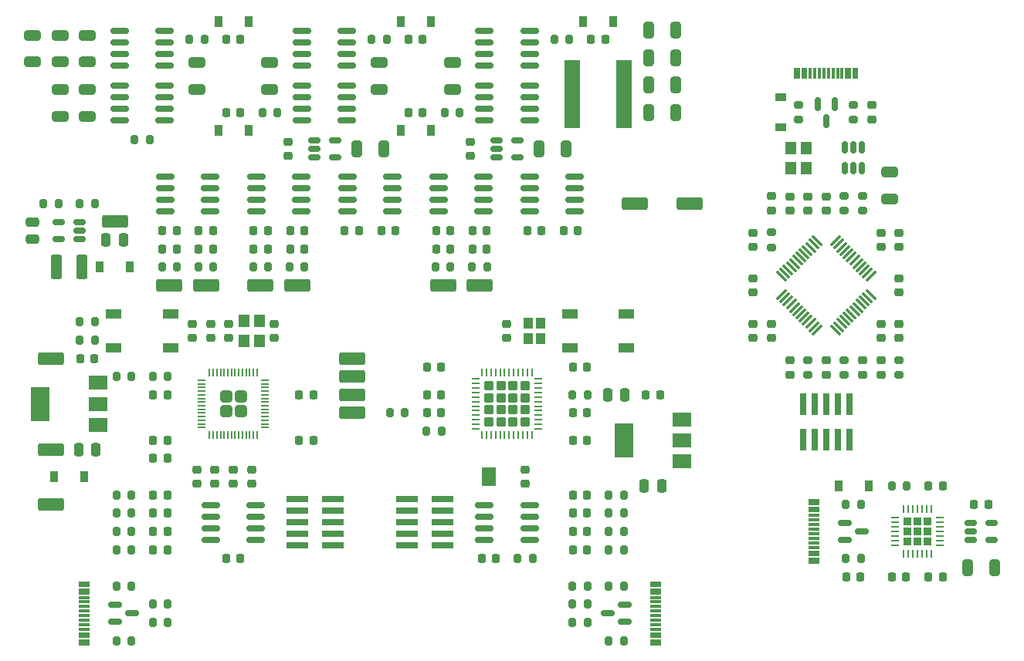
<source format=gbr>
G04 #@! TF.GenerationSoftware,KiCad,Pcbnew,(6.0.7)*
G04 #@! TF.CreationDate,2023-01-27T14:08:34-08:00*
G04 #@! TF.ProjectId,FcmlPanel,46636d6c-5061-46e6-956c-2e6b69636164,rev?*
G04 #@! TF.SameCoordinates,Original*
G04 #@! TF.FileFunction,Paste,Top*
G04 #@! TF.FilePolarity,Positive*
%FSLAX46Y46*%
G04 Gerber Fmt 4.6, Leading zero omitted, Abs format (unit mm)*
G04 Created by KiCad (PCBNEW (6.0.7)) date 2023-01-27 14:08:34*
%MOMM*%
%LPD*%
G01*
G04 APERTURE LIST*
G04 Aperture macros list*
%AMRoundRect*
0 Rectangle with rounded corners*
0 $1 Rounding radius*
0 $2 $3 $4 $5 $6 $7 $8 $9 X,Y pos of 4 corners*
0 Add a 4 corners polygon primitive as box body*
4,1,4,$2,$3,$4,$5,$6,$7,$8,$9,$2,$3,0*
0 Add four circle primitives for the rounded corners*
1,1,$1+$1,$2,$3*
1,1,$1+$1,$4,$5*
1,1,$1+$1,$6,$7*
1,1,$1+$1,$8,$9*
0 Add four rect primitives between the rounded corners*
20,1,$1+$1,$2,$3,$4,$5,0*
20,1,$1+$1,$4,$5,$6,$7,0*
20,1,$1+$1,$6,$7,$8,$9,0*
20,1,$1+$1,$8,$9,$2,$3,0*%
G04 Aperture macros list end*
%ADD10RoundRect,0.150000X-0.512500X-0.150000X0.512500X-0.150000X0.512500X0.150000X-0.512500X0.150000X0*%
%ADD11RoundRect,0.250000X0.325000X0.650000X-0.325000X0.650000X-0.325000X-0.650000X0.325000X-0.650000X0*%
%ADD12RoundRect,0.225000X-0.225000X-0.250000X0.225000X-0.250000X0.225000X0.250000X-0.225000X0.250000X0*%
%ADD13R,1.150000X0.300000*%
%ADD14RoundRect,0.200000X0.200000X0.275000X-0.200000X0.275000X-0.200000X-0.275000X0.200000X-0.275000X0*%
%ADD15RoundRect,0.225000X-0.225000X-0.225000X0.225000X-0.225000X0.225000X0.225000X-0.225000X0.225000X0*%
%ADD16RoundRect,0.062500X-0.337500X-0.062500X0.337500X-0.062500X0.337500X0.062500X-0.337500X0.062500X0*%
%ADD17RoundRect,0.062500X-0.062500X-0.337500X0.062500X-0.337500X0.062500X0.337500X-0.062500X0.337500X0*%
%ADD18RoundRect,0.150000X-0.587500X-0.150000X0.587500X-0.150000X0.587500X0.150000X-0.587500X0.150000X0*%
%ADD19R,0.900000X1.200000*%
%ADD20RoundRect,0.225000X0.225000X0.250000X-0.225000X0.250000X-0.225000X-0.250000X0.225000X-0.250000X0*%
%ADD21RoundRect,0.218750X-0.218750X-0.256250X0.218750X-0.256250X0.218750X0.256250X-0.218750X0.256250X0*%
%ADD22RoundRect,0.225000X-0.250000X0.225000X-0.250000X-0.225000X0.250000X-0.225000X0.250000X0.225000X0*%
%ADD23RoundRect,0.150000X-0.825000X-0.150000X0.825000X-0.150000X0.825000X0.150000X-0.825000X0.150000X0*%
%ADD24RoundRect,0.250000X-0.285000X-0.285000X0.285000X-0.285000X0.285000X0.285000X-0.285000X0.285000X0*%
%ADD25RoundRect,0.218750X0.218750X0.256250X-0.218750X0.256250X-0.218750X-0.256250X0.218750X-0.256250X0*%
%ADD26RoundRect,0.200000X0.275000X-0.200000X0.275000X0.200000X-0.275000X0.200000X-0.275000X-0.200000X0*%
%ADD27RoundRect,0.218750X-0.256250X0.218750X-0.256250X-0.218750X0.256250X-0.218750X0.256250X0.218750X0*%
%ADD28RoundRect,0.225000X0.250000X-0.225000X0.250000X0.225000X-0.250000X0.225000X-0.250000X-0.225000X0*%
%ADD29R,1.000000X1.150000*%
%ADD30RoundRect,0.200000X-0.200000X-0.275000X0.200000X-0.275000X0.200000X0.275000X-0.200000X0.275000X0*%
%ADD31RoundRect,0.250000X-1.175000X-0.450000X1.175000X-0.450000X1.175000X0.450000X-1.175000X0.450000X0*%
%ADD32R,2.000000X1.500000*%
%ADD33R,2.000000X3.800000*%
%ADD34R,1.800000X1.100000*%
%ADD35RoundRect,0.250000X-0.250000X-0.475000X0.250000X-0.475000X0.250000X0.475000X-0.250000X0.475000X0*%
%ADD36RoundRect,0.250000X0.650000X-0.325000X0.650000X0.325000X-0.650000X0.325000X-0.650000X-0.325000X0*%
%ADD37R,2.400000X0.740000*%
%ADD38RoundRect,0.150000X0.150000X-0.512500X0.150000X0.512500X-0.150000X0.512500X-0.150000X-0.512500X0*%
%ADD39RoundRect,0.150000X0.825000X0.150000X-0.825000X0.150000X-0.825000X-0.150000X0.825000X-0.150000X0*%
%ADD40R,1.200000X1.400000*%
%ADD41RoundRect,0.250000X-0.650000X0.325000X-0.650000X-0.325000X0.650000X-0.325000X0.650000X0.325000X0*%
%ADD42RoundRect,0.250000X-0.325000X-0.650000X0.325000X-0.650000X0.325000X0.650000X-0.325000X0.650000X0*%
%ADD43RoundRect,0.249999X0.395001X0.395001X-0.395001X0.395001X-0.395001X-0.395001X0.395001X-0.395001X0*%
%ADD44RoundRect,0.050000X0.387500X0.050000X-0.387500X0.050000X-0.387500X-0.050000X0.387500X-0.050000X0*%
%ADD45RoundRect,0.050000X0.050000X0.387500X-0.050000X0.387500X-0.050000X-0.387500X0.050000X-0.387500X0*%
%ADD46RoundRect,0.150000X-0.150000X0.587500X-0.150000X-0.587500X0.150000X-0.587500X0.150000X0.587500X0*%
%ADD47RoundRect,0.200000X-0.275000X0.200000X-0.275000X-0.200000X0.275000X-0.200000X0.275000X0.200000X0*%
%ADD48RoundRect,0.250000X0.475000X-0.250000X0.475000X0.250000X-0.475000X0.250000X-0.475000X-0.250000X0*%
%ADD49RoundRect,0.150000X0.587500X0.150000X-0.587500X0.150000X-0.587500X-0.150000X0.587500X-0.150000X0*%
%ADD50RoundRect,0.218750X0.256250X-0.218750X0.256250X0.218750X-0.256250X0.218750X-0.256250X-0.218750X0*%
%ADD51RoundRect,0.250000X0.250000X0.475000X-0.250000X0.475000X-0.250000X-0.475000X0.250000X-0.475000X0*%
%ADD52R,0.740000X2.400000*%
%ADD53R,0.300000X1.150000*%
%ADD54R,1.800000X7.500000*%
%ADD55RoundRect,0.075000X-0.521491X0.415425X0.415425X-0.521491X0.521491X-0.415425X-0.415425X0.521491X0*%
%ADD56RoundRect,0.075000X-0.521491X-0.415425X-0.415425X-0.521491X0.521491X0.415425X0.415425X0.521491X0*%
%ADD57RoundRect,0.250000X-0.375000X-1.075000X0.375000X-1.075000X0.375000X1.075000X-0.375000X1.075000X0*%
%ADD58R,1.200000X0.900000*%
%ADD59RoundRect,0.150000X0.512500X0.150000X-0.512500X0.150000X-0.512500X-0.150000X0.512500X-0.150000X0*%
G04 APERTURE END LIST*
G36*
X77250000Y-152000000D02*
G01*
X78750000Y-152000000D01*
X78750000Y-154000000D01*
X77250000Y-154000000D01*
X77250000Y-152000000D01*
G37*
D10*
X130862500Y-158050000D03*
X130862500Y-159000000D03*
X130862500Y-159950000D03*
X133137500Y-159950000D03*
X133137500Y-158050000D03*
D11*
X133475000Y-163000000D03*
X130525000Y-163000000D03*
D12*
X122225000Y-164000000D03*
X123775000Y-164000000D03*
D13*
X113670000Y-155650000D03*
X113670000Y-156450000D03*
X113670000Y-157750000D03*
X113670000Y-158750000D03*
X113670000Y-159250000D03*
X113670000Y-160250000D03*
X113670000Y-161550000D03*
X113670000Y-162350000D03*
X113670000Y-162050000D03*
X113670000Y-161250000D03*
X113670000Y-160750000D03*
X113670000Y-159750000D03*
X113670000Y-158250000D03*
X113670000Y-157250000D03*
X113670000Y-156750000D03*
X113670000Y-155950000D03*
D14*
X123825000Y-154000000D03*
X122175000Y-154000000D03*
D15*
X123880000Y-160120000D03*
X123880000Y-157880000D03*
X125000000Y-159000000D03*
X125000000Y-157880000D03*
X123880000Y-159000000D03*
X125000000Y-160120000D03*
X126120000Y-159000000D03*
X126120000Y-157880000D03*
X126120000Y-160120000D03*
D16*
X122550000Y-157500000D03*
X122550000Y-158000000D03*
X122550000Y-158500000D03*
X122550000Y-159000000D03*
X122550000Y-159500000D03*
X122550000Y-160000000D03*
X122550000Y-160500000D03*
D17*
X123500000Y-161450000D03*
X124000000Y-161450000D03*
X124500000Y-161450000D03*
X125000000Y-161450000D03*
X125500000Y-161450000D03*
X126000000Y-161450000D03*
X126500000Y-161450000D03*
D16*
X127450000Y-160500000D03*
X127450000Y-160000000D03*
X127450000Y-159500000D03*
X127450000Y-159000000D03*
X127450000Y-158500000D03*
X127450000Y-158000000D03*
X127450000Y-157500000D03*
D17*
X126500000Y-156550000D03*
X126000000Y-156550000D03*
X125500000Y-156550000D03*
X125000000Y-156550000D03*
X124500000Y-156550000D03*
X124000000Y-156550000D03*
X123500000Y-156550000D03*
D18*
X117062500Y-158050000D03*
X117062500Y-159950000D03*
X118937500Y-159000000D03*
D19*
X116350000Y-154000000D03*
X119650000Y-154000000D03*
D12*
X131225000Y-156000000D03*
X132775000Y-156000000D03*
D20*
X118775000Y-164000000D03*
X117225000Y-164000000D03*
D21*
X126212500Y-154000000D03*
X127787500Y-154000000D03*
D14*
X118825000Y-156000000D03*
X117175000Y-156000000D03*
X118825000Y-162000000D03*
X117175000Y-162000000D03*
D20*
X127775000Y-164000000D03*
X126225000Y-164000000D03*
X73775000Y-126000000D03*
X72225000Y-126000000D03*
D22*
X121000000Y-136225000D03*
X121000000Y-137775000D03*
D20*
X42775000Y-149000000D03*
X41225000Y-149000000D03*
D22*
X82000000Y-152225000D03*
X82000000Y-153775000D03*
D20*
X42775000Y-144000000D03*
X41225000Y-144000000D03*
D23*
X62505000Y-120095000D03*
X62505000Y-121365000D03*
X62505000Y-122635000D03*
X62505000Y-123905000D03*
X67455000Y-123905000D03*
X67455000Y-122635000D03*
X67455000Y-121365000D03*
X67455000Y-120095000D03*
D12*
X86225000Y-126000000D03*
X87775000Y-126000000D03*
D24*
X78020000Y-146980000D03*
X80660000Y-145660000D03*
X81980000Y-146980000D03*
X80660000Y-143020000D03*
X79340000Y-145660000D03*
X81980000Y-144340000D03*
X80660000Y-144340000D03*
X78020000Y-143020000D03*
X78020000Y-145660000D03*
X79340000Y-146980000D03*
X79340000Y-144340000D03*
X80660000Y-146980000D03*
X81980000Y-143020000D03*
X78020000Y-144340000D03*
X81980000Y-145660000D03*
X79340000Y-143020000D03*
D16*
X76550000Y-142250000D03*
X76550000Y-142750000D03*
X76550000Y-143250000D03*
X76550000Y-143750000D03*
X76550000Y-144250000D03*
X76550000Y-144750000D03*
X76550000Y-145250000D03*
X76550000Y-145750000D03*
X76550000Y-146250000D03*
X76550000Y-146750000D03*
X76550000Y-147250000D03*
X76550000Y-147750000D03*
D17*
X77250000Y-148450000D03*
X77750000Y-148450000D03*
X78250000Y-148450000D03*
X78750000Y-148450000D03*
X79250000Y-148450000D03*
X79750000Y-148450000D03*
X80250000Y-148450000D03*
X80750000Y-148450000D03*
X81250000Y-148450000D03*
X81750000Y-148450000D03*
X82250000Y-148450000D03*
X82750000Y-148450000D03*
D16*
X83450000Y-147750000D03*
X83450000Y-147250000D03*
X83450000Y-146750000D03*
X83450000Y-146250000D03*
X83450000Y-145750000D03*
X83450000Y-145250000D03*
X83450000Y-144750000D03*
X83450000Y-144250000D03*
X83450000Y-143750000D03*
X83450000Y-143250000D03*
X83450000Y-142750000D03*
X83450000Y-142250000D03*
D17*
X82750000Y-141550000D03*
X82250000Y-141550000D03*
X81750000Y-141550000D03*
X81250000Y-141550000D03*
X80750000Y-141550000D03*
X80250000Y-141550000D03*
X79750000Y-141550000D03*
X79250000Y-141550000D03*
X78750000Y-141550000D03*
X78250000Y-141550000D03*
X77750000Y-141550000D03*
X77250000Y-141550000D03*
D25*
X88787500Y-157000000D03*
X87212500Y-157000000D03*
D19*
X30350000Y-153000000D03*
X33650000Y-153000000D03*
D26*
X123000000Y-141825000D03*
X123000000Y-140175000D03*
D10*
X58862500Y-116050000D03*
X58862500Y-117000000D03*
X58862500Y-117950000D03*
X61137500Y-117950000D03*
X61137500Y-116050000D03*
D27*
X107000000Y-131212500D03*
X107000000Y-132787500D03*
D14*
X38825000Y-155000000D03*
X37175000Y-155000000D03*
D28*
X45500000Y-137775000D03*
X45500000Y-136225000D03*
D14*
X40825000Y-116000000D03*
X39175000Y-116000000D03*
D19*
X71650000Y-115000000D03*
X68350000Y-115000000D03*
D14*
X43825000Y-130000000D03*
X42175000Y-130000000D03*
D29*
X82300000Y-136125000D03*
X82300000Y-137875000D03*
X83700000Y-137875000D03*
X83700000Y-136125000D03*
D30*
X53175000Y-113000000D03*
X54825000Y-113000000D03*
D31*
X63000000Y-140000000D03*
D32*
X99150000Y-151300000D03*
D33*
X92850000Y-149000000D03*
D32*
X99150000Y-149000000D03*
X99150000Y-146700000D03*
D20*
X63775000Y-126000000D03*
X62225000Y-126000000D03*
D23*
X42525000Y-120095000D03*
X42525000Y-121365000D03*
X42525000Y-122635000D03*
X42525000Y-123905000D03*
X47475000Y-123905000D03*
X47475000Y-122635000D03*
X47475000Y-121365000D03*
X47475000Y-120095000D03*
D19*
X88350000Y-103000000D03*
X91650000Y-103000000D03*
D14*
X34825000Y-138000000D03*
X33175000Y-138000000D03*
D34*
X86900000Y-135150000D03*
X93100000Y-135150000D03*
X86900000Y-138850000D03*
X93100000Y-138850000D03*
D35*
X33050000Y-150000000D03*
X34950000Y-150000000D03*
D20*
X83775000Y-126000000D03*
X82225000Y-126000000D03*
D28*
X120000000Y-113775000D03*
X120000000Y-112225000D03*
D36*
X122000000Y-122475000D03*
X122000000Y-119525000D03*
D12*
X49225000Y-162000000D03*
X50775000Y-162000000D03*
D37*
X60950000Y-160540000D03*
X57050000Y-160540000D03*
X60950000Y-159270000D03*
X57050000Y-159270000D03*
X60950000Y-158000000D03*
X57050000Y-158000000D03*
X60950000Y-156730000D03*
X57050000Y-156730000D03*
X60950000Y-155460000D03*
X57050000Y-155460000D03*
D23*
X77525000Y-110095000D03*
X77525000Y-111365000D03*
X77525000Y-112635000D03*
X77525000Y-113905000D03*
X82475000Y-113905000D03*
X82475000Y-112635000D03*
X82475000Y-111365000D03*
X82475000Y-110095000D03*
D31*
X30000000Y-150000000D03*
D22*
X46000000Y-152225000D03*
X46000000Y-153775000D03*
D20*
X70775000Y-113000000D03*
X69225000Y-113000000D03*
D12*
X76225000Y-126000000D03*
X77775000Y-126000000D03*
D38*
X117050000Y-119137500D03*
X118000000Y-119137500D03*
X118950000Y-119137500D03*
X118950000Y-116862500D03*
X118000000Y-116862500D03*
X117050000Y-116862500D03*
D32*
X35150000Y-147300000D03*
X35150000Y-145000000D03*
D33*
X28850000Y-145000000D03*
D32*
X35150000Y-142700000D03*
D12*
X77225000Y-162000000D03*
X78775000Y-162000000D03*
D31*
X73000000Y-132000000D03*
D10*
X78862500Y-116050000D03*
X78862500Y-117000000D03*
X78862500Y-117950000D03*
X81137500Y-117950000D03*
X81137500Y-116050000D03*
D39*
X62475000Y-107905000D03*
X62475000Y-106635000D03*
X62475000Y-105365000D03*
X62475000Y-104095000D03*
X57525000Y-104095000D03*
X57525000Y-105365000D03*
X57525000Y-106635000D03*
X57525000Y-107905000D03*
D40*
X112850000Y-119100000D03*
X112850000Y-116900000D03*
X111150000Y-116900000D03*
X111150000Y-119100000D03*
D22*
X115000000Y-140225000D03*
X115000000Y-141775000D03*
X52000000Y-152225000D03*
X52000000Y-153775000D03*
D31*
X57000000Y-132000000D03*
X30000000Y-140000000D03*
D22*
X123000000Y-136225000D03*
X123000000Y-137775000D03*
D14*
X42825000Y-142000000D03*
X41175000Y-142000000D03*
D12*
X57225000Y-149000000D03*
X58775000Y-149000000D03*
D41*
X54000000Y-107525000D03*
X54000000Y-110475000D03*
D42*
X95525000Y-107000000D03*
X98475000Y-107000000D03*
D14*
X38825000Y-165000000D03*
X37175000Y-165000000D03*
D22*
X123000000Y-131225000D03*
X123000000Y-132775000D03*
D43*
X50800000Y-144200000D03*
X50800000Y-145800000D03*
X49200000Y-144200000D03*
X49200000Y-145800000D03*
D44*
X53437500Y-147600000D03*
X53437500Y-147200000D03*
X53437500Y-146800000D03*
X53437500Y-146400000D03*
X53437500Y-146000000D03*
X53437500Y-145600000D03*
X53437500Y-145200000D03*
X53437500Y-144800000D03*
X53437500Y-144400000D03*
X53437500Y-144000000D03*
X53437500Y-143600000D03*
X53437500Y-143200000D03*
X53437500Y-142800000D03*
X53437500Y-142400000D03*
D45*
X52600000Y-141562500D03*
X52200000Y-141562500D03*
X51800000Y-141562500D03*
X51400000Y-141562500D03*
X51000000Y-141562500D03*
X50600000Y-141562500D03*
X50200000Y-141562500D03*
X49800000Y-141562500D03*
X49400000Y-141562500D03*
X49000000Y-141562500D03*
X48600000Y-141562500D03*
X48200000Y-141562500D03*
X47800000Y-141562500D03*
X47400000Y-141562500D03*
D44*
X46562500Y-142400000D03*
X46562500Y-142800000D03*
X46562500Y-143200000D03*
X46562500Y-143600000D03*
X46562500Y-144000000D03*
X46562500Y-144400000D03*
X46562500Y-144800000D03*
X46562500Y-145200000D03*
X46562500Y-145600000D03*
X46562500Y-146000000D03*
X46562500Y-146400000D03*
X46562500Y-146800000D03*
X46562500Y-147200000D03*
X46562500Y-147600000D03*
D45*
X47400000Y-148437500D03*
X47800000Y-148437500D03*
X48200000Y-148437500D03*
X48600000Y-148437500D03*
X49000000Y-148437500D03*
X49400000Y-148437500D03*
X49800000Y-148437500D03*
X50200000Y-148437500D03*
X50600000Y-148437500D03*
X51000000Y-148437500D03*
X51400000Y-148437500D03*
X51800000Y-148437500D03*
X52200000Y-148437500D03*
X52600000Y-148437500D03*
D46*
X115950000Y-112062500D03*
X114050000Y-112062500D03*
X115000000Y-113937500D03*
D42*
X83525000Y-117000000D03*
X86475000Y-117000000D03*
D21*
X41212500Y-161000000D03*
X42787500Y-161000000D03*
D30*
X91175000Y-157000000D03*
X92825000Y-157000000D03*
D12*
X49225000Y-105000000D03*
X50775000Y-105000000D03*
D19*
X38650000Y-130000000D03*
X35350000Y-130000000D03*
D30*
X91175000Y-159000000D03*
X92825000Y-159000000D03*
D21*
X71212500Y-146000000D03*
X72787500Y-146000000D03*
D47*
X109000000Y-126175000D03*
X109000000Y-127825000D03*
D22*
X107000000Y-136225000D03*
X107000000Y-137775000D03*
D30*
X87175000Y-169000000D03*
X88825000Y-169000000D03*
D19*
X51650000Y-115000000D03*
X48350000Y-115000000D03*
D48*
X28000000Y-126950000D03*
X28000000Y-125050000D03*
D22*
X113000000Y-122225000D03*
X113000000Y-123775000D03*
X56000000Y-116225000D03*
X56000000Y-117775000D03*
D31*
X77000000Y-132000000D03*
D22*
X111000000Y-122225000D03*
X111000000Y-123775000D03*
D49*
X92937500Y-168950000D03*
X92937500Y-167050000D03*
X91062500Y-168000000D03*
D42*
X95525000Y-110000000D03*
X98475000Y-110000000D03*
D41*
X31000000Y-104525000D03*
X31000000Y-107475000D03*
D31*
X37000000Y-125000000D03*
D28*
X54500000Y-137775000D03*
X54500000Y-136225000D03*
D22*
X76000000Y-116225000D03*
X76000000Y-117775000D03*
D30*
X91175000Y-155000000D03*
X92825000Y-155000000D03*
D12*
X95225000Y-144000000D03*
X96775000Y-144000000D03*
D42*
X95525000Y-113000000D03*
X98475000Y-113000000D03*
D31*
X94000000Y-123000000D03*
D14*
X68825000Y-146000000D03*
X67175000Y-146000000D03*
D31*
X53000000Y-132000000D03*
D14*
X73825000Y-130000000D03*
X72175000Y-130000000D03*
D12*
X33225000Y-140000000D03*
X34775000Y-140000000D03*
D31*
X47000000Y-132000000D03*
D14*
X38825000Y-171000000D03*
X37175000Y-171000000D03*
D19*
X48350000Y-103000000D03*
X51650000Y-103000000D03*
D23*
X72505000Y-120095000D03*
X72505000Y-121365000D03*
X72505000Y-122635000D03*
X72505000Y-123905000D03*
X77455000Y-123905000D03*
X77455000Y-122635000D03*
X77455000Y-121365000D03*
X77455000Y-120095000D03*
D22*
X49500000Y-136225000D03*
X49500000Y-137775000D03*
D30*
X33175000Y-136000000D03*
X34825000Y-136000000D03*
D21*
X41212500Y-155000000D03*
X42787500Y-155000000D03*
D19*
X68350000Y-103000000D03*
X71650000Y-103000000D03*
D23*
X37525000Y-110095000D03*
X37525000Y-111365000D03*
X37525000Y-112635000D03*
X37525000Y-113905000D03*
X42475000Y-113905000D03*
X42475000Y-112635000D03*
X42475000Y-111365000D03*
X42475000Y-110095000D03*
D22*
X80000000Y-136225000D03*
X80000000Y-137775000D03*
D31*
X63000000Y-144000000D03*
D14*
X53825000Y-130000000D03*
X52175000Y-130000000D03*
D50*
X111000000Y-141787500D03*
X111000000Y-140212500D03*
D25*
X88787500Y-161000000D03*
X87212500Y-161000000D03*
D35*
X91050000Y-144000000D03*
X92950000Y-144000000D03*
D51*
X37950000Y-127000000D03*
X36050000Y-127000000D03*
D14*
X86825000Y-105000000D03*
X85175000Y-105000000D03*
D12*
X56225000Y-128000000D03*
X57775000Y-128000000D03*
D30*
X81175000Y-162000000D03*
X82825000Y-162000000D03*
D12*
X66225000Y-126000000D03*
X67775000Y-126000000D03*
D14*
X38825000Y-142000000D03*
X37175000Y-142000000D03*
D22*
X109000000Y-136225000D03*
X109000000Y-137775000D03*
D40*
X52850000Y-138100000D03*
X52850000Y-135900000D03*
X51150000Y-135900000D03*
X51150000Y-138100000D03*
D20*
X42775000Y-151000000D03*
X41225000Y-151000000D03*
D12*
X69225000Y-105000000D03*
X70775000Y-105000000D03*
D14*
X66825000Y-105000000D03*
X65175000Y-105000000D03*
D52*
X117540000Y-145050000D03*
X117540000Y-148950000D03*
X116270000Y-145050000D03*
X116270000Y-148950000D03*
X115000000Y-145050000D03*
X115000000Y-148950000D03*
X113730000Y-145050000D03*
X113730000Y-148950000D03*
X112460000Y-145050000D03*
X112460000Y-148950000D03*
D22*
X50000000Y-152225000D03*
X50000000Y-153775000D03*
D20*
X43775000Y-126000000D03*
X42225000Y-126000000D03*
D14*
X77825000Y-130000000D03*
X76175000Y-130000000D03*
D30*
X87175000Y-167000000D03*
X88825000Y-167000000D03*
D39*
X42475000Y-107905000D03*
X42475000Y-106635000D03*
X42475000Y-105365000D03*
X42475000Y-104095000D03*
X37525000Y-104095000D03*
X37525000Y-105365000D03*
X37525000Y-106635000D03*
X37525000Y-107905000D03*
D25*
X88787500Y-159000000D03*
X87212500Y-159000000D03*
D30*
X91175000Y-165000000D03*
X92825000Y-165000000D03*
D14*
X57825000Y-130000000D03*
X56175000Y-130000000D03*
D31*
X30000000Y-156000000D03*
D12*
X52225000Y-128000000D03*
X53775000Y-128000000D03*
X72225000Y-128000000D03*
X73775000Y-128000000D03*
D47*
X119000000Y-122175000D03*
X119000000Y-123825000D03*
D28*
X47500000Y-137775000D03*
X47500000Y-136225000D03*
D18*
X37062500Y-167050000D03*
X37062500Y-168950000D03*
X38937500Y-168000000D03*
D12*
X76225000Y-128000000D03*
X77775000Y-128000000D03*
D42*
X63525000Y-117000000D03*
X66475000Y-117000000D03*
D41*
X66000000Y-107525000D03*
X66000000Y-110475000D03*
D30*
X71175000Y-148000000D03*
X72825000Y-148000000D03*
D27*
X123000000Y-126212500D03*
X123000000Y-127787500D03*
D30*
X91175000Y-161000000D03*
X92825000Y-161000000D03*
D39*
X52475000Y-159905000D03*
X52475000Y-158635000D03*
X52475000Y-157365000D03*
X52475000Y-156095000D03*
X47525000Y-156095000D03*
X47525000Y-157365000D03*
X47525000Y-158635000D03*
X47525000Y-159905000D03*
D41*
X34000000Y-104525000D03*
X34000000Y-107475000D03*
D26*
X112000000Y-113825000D03*
X112000000Y-112175000D03*
D53*
X118350000Y-108670000D03*
X117550000Y-108670000D03*
X116250000Y-108670000D03*
X115250000Y-108670000D03*
X114750000Y-108670000D03*
X113750000Y-108670000D03*
X112450000Y-108670000D03*
X111650000Y-108670000D03*
X111950000Y-108670000D03*
X112750000Y-108670000D03*
X113250000Y-108670000D03*
X114250000Y-108670000D03*
X115750000Y-108670000D03*
X116750000Y-108670000D03*
X117250000Y-108670000D03*
X118050000Y-108670000D03*
D31*
X100000000Y-123000000D03*
X63000000Y-142000000D03*
D54*
X87200000Y-111000000D03*
X92800000Y-111000000D03*
D12*
X89225000Y-105000000D03*
X90775000Y-105000000D03*
X87225000Y-141000000D03*
X88775000Y-141000000D03*
D14*
X34825000Y-123000000D03*
X33175000Y-123000000D03*
D41*
X74000000Y-107525000D03*
X74000000Y-110475000D03*
X31000000Y-110525000D03*
X31000000Y-113475000D03*
D14*
X47825000Y-130000000D03*
X46175000Y-130000000D03*
D31*
X63000000Y-146000000D03*
D23*
X57525000Y-110095000D03*
X57525000Y-111365000D03*
X57525000Y-112635000D03*
X57525000Y-113905000D03*
X62475000Y-113905000D03*
X62475000Y-112635000D03*
X62475000Y-111365000D03*
X62475000Y-110095000D03*
D12*
X87225000Y-149000000D03*
X88775000Y-149000000D03*
X46225000Y-128000000D03*
X47775000Y-128000000D03*
D31*
X43000000Y-132000000D03*
D50*
X121000000Y-141787500D03*
X121000000Y-140212500D03*
D55*
X114001212Y-127112124D03*
X113647658Y-127465678D03*
X113294105Y-127819231D03*
X112940551Y-128172785D03*
X112586998Y-128526338D03*
X112233445Y-128879891D03*
X111879891Y-129233445D03*
X111526338Y-129586998D03*
X111172785Y-129940551D03*
X110819231Y-130294105D03*
X110465678Y-130647658D03*
X110112124Y-131001212D03*
D56*
X110112124Y-132998788D03*
X110465678Y-133352342D03*
X110819231Y-133705895D03*
X111172785Y-134059449D03*
X111526338Y-134413002D03*
X111879891Y-134766555D03*
X112233445Y-135120109D03*
X112586998Y-135473662D03*
X112940551Y-135827215D03*
X113294105Y-136180769D03*
X113647658Y-136534322D03*
X114001212Y-136887876D03*
D55*
X115998788Y-136887876D03*
X116352342Y-136534322D03*
X116705895Y-136180769D03*
X117059449Y-135827215D03*
X117413002Y-135473662D03*
X117766555Y-135120109D03*
X118120109Y-134766555D03*
X118473662Y-134413002D03*
X118827215Y-134059449D03*
X119180769Y-133705895D03*
X119534322Y-133352342D03*
X119887876Y-132998788D03*
D56*
X119887876Y-131001212D03*
X119534322Y-130647658D03*
X119180769Y-130294105D03*
X118827215Y-129940551D03*
X118473662Y-129586998D03*
X118120109Y-129233445D03*
X117766555Y-128879891D03*
X117413002Y-128526338D03*
X117059449Y-128172785D03*
X116705895Y-127819231D03*
X116352342Y-127465678D03*
X115998788Y-127112124D03*
D34*
X36900000Y-135150000D03*
X43100000Y-135150000D03*
X36900000Y-138850000D03*
X43100000Y-138850000D03*
D22*
X107000000Y-126225000D03*
X107000000Y-127775000D03*
D14*
X88825000Y-144000000D03*
X87175000Y-144000000D03*
D12*
X57225000Y-144000000D03*
X58775000Y-144000000D03*
D30*
X91175000Y-171000000D03*
X92825000Y-171000000D03*
D21*
X41212500Y-159000000D03*
X42787500Y-159000000D03*
D20*
X50775000Y-113000000D03*
X49225000Y-113000000D03*
D14*
X30825000Y-123000000D03*
X29175000Y-123000000D03*
D21*
X41212500Y-157000000D03*
X42787500Y-157000000D03*
D14*
X42825000Y-167000000D03*
X41175000Y-167000000D03*
D13*
X96330000Y-171350000D03*
X96330000Y-170550000D03*
X96330000Y-169250000D03*
X96330000Y-168250000D03*
X96330000Y-167750000D03*
X96330000Y-166750000D03*
X96330000Y-165450000D03*
X96330000Y-164650000D03*
X96330000Y-164950000D03*
X96330000Y-165750000D03*
X96330000Y-166250000D03*
X96330000Y-167250000D03*
X96330000Y-168750000D03*
X96330000Y-169750000D03*
X96330000Y-170250000D03*
X96330000Y-171050000D03*
D42*
X95525000Y-104000000D03*
X98475000Y-104000000D03*
D20*
X72775000Y-144000000D03*
X71225000Y-144000000D03*
D39*
X82475000Y-107905000D03*
X82475000Y-106635000D03*
X82475000Y-105365000D03*
X82475000Y-104095000D03*
X77525000Y-104095000D03*
X77525000Y-105365000D03*
X77525000Y-106635000D03*
X77525000Y-107905000D03*
D20*
X53775000Y-126000000D03*
X52225000Y-126000000D03*
D27*
X109000000Y-122212500D03*
X109000000Y-123787500D03*
D57*
X30600000Y-130000000D03*
X33400000Y-130000000D03*
D23*
X52505000Y-120095000D03*
X52505000Y-121365000D03*
X52505000Y-122635000D03*
X52505000Y-123905000D03*
X57455000Y-123905000D03*
X57455000Y-122635000D03*
X57455000Y-121365000D03*
X57455000Y-120095000D03*
X82505000Y-120095000D03*
X82505000Y-121365000D03*
X82505000Y-122635000D03*
X82505000Y-123905000D03*
X87455000Y-123905000D03*
X87455000Y-122635000D03*
X87455000Y-121365000D03*
X87455000Y-120095000D03*
D14*
X46825000Y-105000000D03*
X45175000Y-105000000D03*
D12*
X87225000Y-146000000D03*
X88775000Y-146000000D03*
X46225000Y-126000000D03*
X47775000Y-126000000D03*
D41*
X34000000Y-110525000D03*
X34000000Y-113475000D03*
D28*
X121000000Y-127775000D03*
X121000000Y-126225000D03*
D12*
X56225000Y-126000000D03*
X57775000Y-126000000D03*
D26*
X113000000Y-141825000D03*
X113000000Y-140175000D03*
D41*
X46000000Y-107525000D03*
X46000000Y-110475000D03*
D50*
X119000000Y-141787500D03*
X119000000Y-140212500D03*
D12*
X42225000Y-128000000D03*
X43775000Y-128000000D03*
D25*
X88787500Y-155000000D03*
X87212500Y-155000000D03*
D14*
X38825000Y-161000000D03*
X37175000Y-161000000D03*
X38825000Y-159000000D03*
X37175000Y-159000000D03*
D37*
X69050000Y-155460000D03*
X72950000Y-155460000D03*
X69050000Y-156730000D03*
X72950000Y-156730000D03*
X69050000Y-158000000D03*
X72950000Y-158000000D03*
X69050000Y-159270000D03*
X72950000Y-159270000D03*
X69050000Y-160540000D03*
X72950000Y-160540000D03*
D20*
X72775000Y-141000000D03*
X71225000Y-141000000D03*
D26*
X118000000Y-113825000D03*
X118000000Y-112175000D03*
D13*
X33670000Y-164650000D03*
X33670000Y-165450000D03*
X33670000Y-166750000D03*
X33670000Y-167750000D03*
X33670000Y-168250000D03*
X33670000Y-169250000D03*
X33670000Y-170550000D03*
X33670000Y-171350000D03*
X33670000Y-171050000D03*
X33670000Y-170250000D03*
X33670000Y-169750000D03*
X33670000Y-168750000D03*
X33670000Y-167250000D03*
X33670000Y-166250000D03*
X33670000Y-165750000D03*
X33670000Y-164950000D03*
D41*
X28000000Y-104525000D03*
X28000000Y-107475000D03*
D22*
X48000000Y-152225000D03*
X48000000Y-153775000D03*
D26*
X117000000Y-141825000D03*
X117000000Y-140175000D03*
D39*
X82475000Y-159905000D03*
X82475000Y-158635000D03*
X82475000Y-157365000D03*
X82475000Y-156095000D03*
X77525000Y-156095000D03*
X77525000Y-157365000D03*
X77525000Y-158635000D03*
X77525000Y-159905000D03*
D30*
X73175000Y-113000000D03*
X74825000Y-113000000D03*
D58*
X110000000Y-111350000D03*
X110000000Y-114650000D03*
D14*
X38825000Y-157000000D03*
X37175000Y-157000000D03*
D35*
X95050000Y-154000000D03*
X96950000Y-154000000D03*
D14*
X42825000Y-169000000D03*
X41175000Y-169000000D03*
D30*
X87175000Y-165000000D03*
X88825000Y-165000000D03*
D26*
X117000000Y-123825000D03*
X117000000Y-122175000D03*
D59*
X33137500Y-126950000D03*
X33137500Y-126000000D03*
X33137500Y-125050000D03*
X30862500Y-125050000D03*
X30862500Y-126950000D03*
D28*
X115000000Y-123775000D03*
X115000000Y-122225000D03*
M02*

</source>
